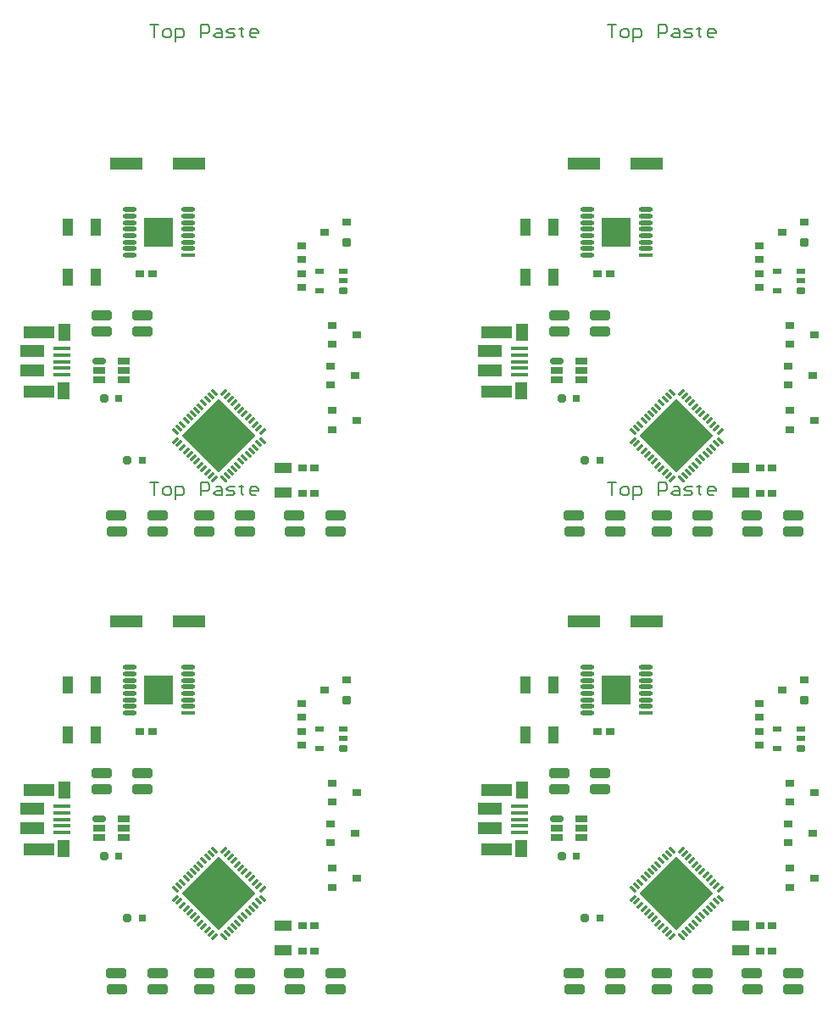
<source format=gtp>
G04 Layer_Color=8421504*
%FSLAX25Y25*%
%MOIN*%
G70*
G01*
G75*
%ADD10R,0.03543X0.03150*%
G04:AMPARAMS|DCode=11|XSize=31.5mil|YSize=35.43mil|CornerRadius=7.87mil|HoleSize=0mil|Usage=FLASHONLY|Rotation=270.000|XOffset=0mil|YOffset=0mil|HoleType=Round|Shape=RoundedRectangle|*
%AMROUNDEDRECTD11*
21,1,0.03150,0.01969,0,0,270.0*
21,1,0.01575,0.03543,0,0,270.0*
1,1,0.01575,-0.00984,-0.00787*
1,1,0.01575,-0.00984,0.00787*
1,1,0.01575,0.00984,0.00787*
1,1,0.01575,0.00984,-0.00787*
%
%ADD11ROUNDEDRECTD11*%
%ADD12R,0.07087X0.03937*%
%ADD13R,0.03347X0.03150*%
%ADD14R,0.06890X0.01575*%
%ADD15R,0.09449X0.04724*%
%ADD16R,0.12205X0.04724*%
%ADD17R,0.04724X0.07087*%
G04:AMPARAMS|DCode=18|XSize=31.5mil|YSize=31.5mil|CornerRadius=7.87mil|HoleSize=0mil|Usage=FLASHONLY|Rotation=90.000|XOffset=0mil|YOffset=0mil|HoleType=Round|Shape=RoundedRectangle|*
%AMROUNDEDRECTD18*
21,1,0.03150,0.01575,0,0,90.0*
21,1,0.01575,0.03150,0,0,90.0*
1,1,0.01575,0.00787,0.00787*
1,1,0.01575,0.00787,-0.00787*
1,1,0.01575,-0.00787,-0.00787*
1,1,0.01575,-0.00787,0.00787*
%
%ADD18ROUNDEDRECTD18*%
%ADD19R,0.03150X0.03150*%
G04:AMPARAMS|DCode=20|XSize=27.56mil|YSize=51.18mil|CornerRadius=6.89mil|HoleSize=0mil|Usage=FLASHONLY|Rotation=90.000|XOffset=0mil|YOffset=0mil|HoleType=Round|Shape=RoundedRectangle|*
%AMROUNDEDRECTD20*
21,1,0.02756,0.03740,0,0,90.0*
21,1,0.01378,0.05118,0,0,90.0*
1,1,0.01378,0.01870,0.00689*
1,1,0.01378,0.01870,-0.00689*
1,1,0.01378,-0.01870,-0.00689*
1,1,0.01378,-0.01870,0.00689*
%
%ADD20ROUNDEDRECTD20*%
%ADD21R,0.05118X0.02756*%
G04:AMPARAMS|DCode=22|XSize=23.62mil|YSize=35.43mil|CornerRadius=5.91mil|HoleSize=0mil|Usage=FLASHONLY|Rotation=270.000|XOffset=0mil|YOffset=0mil|HoleType=Round|Shape=RoundedRectangle|*
%AMROUNDEDRECTD22*
21,1,0.02362,0.02362,0,0,270.0*
21,1,0.01181,0.03543,0,0,270.0*
1,1,0.01181,-0.01181,-0.00591*
1,1,0.01181,-0.01181,0.00591*
1,1,0.01181,0.01181,0.00591*
1,1,0.01181,0.01181,-0.00591*
%
%ADD22ROUNDEDRECTD22*%
%ADD23R,0.03543X0.02362*%
%ADD24R,0.03543X0.02953*%
G04:AMPARAMS|DCode=25|XSize=78.74mil|YSize=39.37mil|CornerRadius=9.84mil|HoleSize=0mil|Usage=FLASHONLY|Rotation=0.000|XOffset=0mil|YOffset=0mil|HoleType=Round|Shape=RoundedRectangle|*
%AMROUNDEDRECTD25*
21,1,0.07874,0.01969,0,0,0.0*
21,1,0.05906,0.03937,0,0,0.0*
1,1,0.01969,0.02953,-0.00984*
1,1,0.01969,-0.02953,-0.00984*
1,1,0.01969,-0.02953,0.00984*
1,1,0.01969,0.02953,0.00984*
%
%ADD25ROUNDEDRECTD25*%
%ADD26P,0.28674X4X180.0*%
G04:AMPARAMS|DCode=27|XSize=9.84mil|YSize=33.47mil|CornerRadius=0mil|HoleSize=0mil|Usage=FLASHONLY|Rotation=135.000|XOffset=0mil|YOffset=0mil|HoleType=Round|Shape=Round|*
%AMOVALD27*
21,1,0.02362,0.00984,0.00000,0.00000,225.0*
1,1,0.00984,0.00835,0.00835*
1,1,0.00984,-0.00835,-0.00835*
%
%ADD27OVALD27*%

G04:AMPARAMS|DCode=28|XSize=9.84mil|YSize=35.43mil|CornerRadius=0mil|HoleSize=0mil|Usage=FLASHONLY|Rotation=135.000|XOffset=0mil|YOffset=0mil|HoleType=Round|Shape=Round|*
%AMOVALD28*
21,1,0.02559,0.00984,0.00000,0.00000,225.0*
1,1,0.00984,0.00905,0.00905*
1,1,0.00984,-0.00905,-0.00905*
%
%ADD28OVALD28*%

G04:AMPARAMS|DCode=29|XSize=9.84mil|YSize=33.47mil|CornerRadius=0mil|HoleSize=0mil|Usage=FLASHONLY|Rotation=225.000|XOffset=0mil|YOffset=0mil|HoleType=Round|Shape=Round|*
%AMOVALD29*
21,1,0.02362,0.00984,0.00000,0.00000,315.0*
1,1,0.00984,-0.00835,0.00835*
1,1,0.00984,0.00835,-0.00835*
%
%ADD29OVALD29*%

G04:AMPARAMS|DCode=30|XSize=9.84mil|YSize=35.43mil|CornerRadius=0mil|HoleSize=0mil|Usage=FLASHONLY|Rotation=225.000|XOffset=0mil|YOffset=0mil|HoleType=Round|Shape=Round|*
%AMOVALD30*
21,1,0.02559,0.00984,0.00000,0.00000,315.0*
1,1,0.00984,-0.00905,0.00905*
1,1,0.00984,0.00905,-0.00905*
%
%ADD30OVALD30*%

G04:AMPARAMS|DCode=31|XSize=9.84mil|YSize=33.47mil|CornerRadius=2.46mil|HoleSize=0mil|Usage=FLASHONLY|Rotation=225.000|XOffset=0mil|YOffset=0mil|HoleType=Round|Shape=RoundedRectangle|*
%AMROUNDEDRECTD31*
21,1,0.00984,0.02854,0,0,225.0*
21,1,0.00492,0.03347,0,0,225.0*
1,1,0.00492,-0.01183,0.00835*
1,1,0.00492,-0.00835,0.01183*
1,1,0.00492,0.01183,-0.00835*
1,1,0.00492,0.00835,-0.01183*
%
%ADD31ROUNDEDRECTD31*%
%ADD32R,0.03937X0.06693*%
%ADD33R,0.11811X0.11811*%
%ADD34O,0.05512X0.01772*%
%ADD35R,0.05512X0.01772*%
%ADD36R,0.03740X0.02756*%
%ADD37R,0.12500X0.04500*%
%ADD43C,0.00800*%
D10*
X246583Y246681D02*
D03*
X255244Y250618D02*
D03*
X426583Y246681D02*
D03*
X435244Y250618D02*
D03*
X246583Y426681D02*
D03*
X255244Y430618D02*
D03*
X426583Y426681D02*
D03*
X435244Y430618D02*
D03*
D11*
X255244Y242744D02*
D03*
X435244D02*
D03*
X255244Y422744D02*
D03*
X435244D02*
D03*
D12*
X230157Y154000D02*
D03*
Y144157D02*
D03*
X410157Y154000D02*
D03*
Y144157D02*
D03*
X230157Y334000D02*
D03*
Y324157D02*
D03*
X410157Y334000D02*
D03*
Y324157D02*
D03*
D13*
X178705Y230244D02*
D03*
X173783D02*
D03*
X242618Y144000D02*
D03*
X237697D02*
D03*
X242618Y154000D02*
D03*
X237697D02*
D03*
X358705Y230244D02*
D03*
X353783D02*
D03*
X422618Y144000D02*
D03*
X417697D02*
D03*
X422618Y154000D02*
D03*
X417697D02*
D03*
X178705Y410244D02*
D03*
X173783D02*
D03*
X242618Y324000D02*
D03*
X237697D02*
D03*
X242618Y334000D02*
D03*
X237697D02*
D03*
X358705Y410244D02*
D03*
X353783D02*
D03*
X422618Y324000D02*
D03*
X417697D02*
D03*
X422618Y334000D02*
D03*
X417697D02*
D03*
D14*
X143244Y200862D02*
D03*
Y198303D02*
D03*
Y195744D02*
D03*
Y190626D02*
D03*
Y193185D02*
D03*
X323244Y200862D02*
D03*
Y198303D02*
D03*
Y195744D02*
D03*
Y190626D02*
D03*
Y193185D02*
D03*
X143244Y380862D02*
D03*
Y378303D02*
D03*
Y375744D02*
D03*
Y370626D02*
D03*
Y373185D02*
D03*
X323244Y380862D02*
D03*
Y378303D02*
D03*
Y375744D02*
D03*
Y370626D02*
D03*
Y373185D02*
D03*
D15*
X131433Y200075D02*
D03*
Y192201D02*
D03*
X311433Y200075D02*
D03*
Y192201D02*
D03*
X131433Y380075D02*
D03*
Y372201D02*
D03*
X311433Y380075D02*
D03*
Y372201D02*
D03*
D16*
X134344Y183944D02*
D03*
Y207244D02*
D03*
X314344Y183944D02*
D03*
Y207244D02*
D03*
X134344Y363944D02*
D03*
Y387244D02*
D03*
X314344Y363944D02*
D03*
Y387244D02*
D03*
D17*
X143944Y184344D02*
D03*
X144057Y207187D02*
D03*
X323944Y184344D02*
D03*
X324057Y207187D02*
D03*
X143944Y364344D02*
D03*
X144057Y387187D02*
D03*
X323944Y364344D02*
D03*
X324057Y387187D02*
D03*
D18*
X159744Y181244D02*
D03*
X169000Y157000D02*
D03*
X339744Y181244D02*
D03*
X349000Y157000D02*
D03*
X159744Y361244D02*
D03*
X169000Y337000D02*
D03*
X339744Y361244D02*
D03*
X349000Y337000D02*
D03*
D19*
X165650Y181244D02*
D03*
X174906Y157000D02*
D03*
X345650Y181244D02*
D03*
X354906Y157000D02*
D03*
X165650Y361244D02*
D03*
X174906Y337000D02*
D03*
X345650Y361244D02*
D03*
X354906Y337000D02*
D03*
D20*
X157920Y196084D02*
D03*
X337920D02*
D03*
X157920Y376084D02*
D03*
X337920D02*
D03*
D21*
X157920Y192344D02*
D03*
Y188604D02*
D03*
X167368D02*
D03*
Y192344D02*
D03*
Y196084D02*
D03*
X337920Y192344D02*
D03*
Y188604D02*
D03*
X347368D02*
D03*
Y192344D02*
D03*
Y196084D02*
D03*
X157920Y372344D02*
D03*
Y368604D02*
D03*
X167368D02*
D03*
Y372344D02*
D03*
Y376084D02*
D03*
X337920Y372344D02*
D03*
Y368604D02*
D03*
X347368D02*
D03*
Y372344D02*
D03*
Y376084D02*
D03*
D22*
X253824Y223760D02*
D03*
X433824D02*
D03*
X253824Y403760D02*
D03*
X433824D02*
D03*
D23*
X253824Y227500D02*
D03*
Y231240D02*
D03*
X244376D02*
D03*
Y223760D02*
D03*
X433824Y227500D02*
D03*
Y231240D02*
D03*
X424376D02*
D03*
Y223760D02*
D03*
X253824Y407500D02*
D03*
Y411240D02*
D03*
X244376D02*
D03*
Y403760D02*
D03*
X433824Y407500D02*
D03*
Y411240D02*
D03*
X424376D02*
D03*
Y403760D02*
D03*
D24*
X237600Y224843D02*
D03*
Y230157D02*
D03*
Y241157D02*
D03*
Y235843D02*
D03*
X417600Y224843D02*
D03*
Y230157D02*
D03*
Y241157D02*
D03*
Y235843D02*
D03*
X237600Y404843D02*
D03*
Y410157D02*
D03*
Y421157D02*
D03*
Y415843D02*
D03*
X417600Y404843D02*
D03*
Y410157D02*
D03*
Y421157D02*
D03*
Y415843D02*
D03*
D25*
X158744Y207744D02*
D03*
X174886D02*
D03*
X158744Y214043D02*
D03*
X174744D02*
D03*
X199244Y128945D02*
D03*
X215244D02*
D03*
X199102Y135244D02*
D03*
X215244D02*
D03*
X164744Y128945D02*
D03*
X180744D02*
D03*
X164602Y135244D02*
D03*
X180744D02*
D03*
X250744D02*
D03*
X234602D02*
D03*
X250744Y128945D02*
D03*
X234744D02*
D03*
X338744Y207744D02*
D03*
X354886D02*
D03*
X338744Y214043D02*
D03*
X354744D02*
D03*
X379244Y128945D02*
D03*
X395244D02*
D03*
X379102Y135244D02*
D03*
X395244D02*
D03*
X344744Y128945D02*
D03*
X360744D02*
D03*
X344602Y135244D02*
D03*
X360744D02*
D03*
X430744D02*
D03*
X414602D02*
D03*
X430744Y128945D02*
D03*
X414744D02*
D03*
X158744Y387744D02*
D03*
X174886D02*
D03*
X158744Y394043D02*
D03*
X174744D02*
D03*
X199244Y308945D02*
D03*
X215244D02*
D03*
X199102Y315244D02*
D03*
X215244D02*
D03*
X164744Y308945D02*
D03*
X180744D02*
D03*
X164602Y315244D02*
D03*
X180744D02*
D03*
X250744D02*
D03*
X234602D02*
D03*
X250744Y308945D02*
D03*
X234744D02*
D03*
X338744Y387744D02*
D03*
X354886D02*
D03*
X338744Y394043D02*
D03*
X354744D02*
D03*
X379244Y308945D02*
D03*
X395244D02*
D03*
X379102Y315244D02*
D03*
X395244D02*
D03*
X344744Y308945D02*
D03*
X360744D02*
D03*
X344602Y315244D02*
D03*
X360744D02*
D03*
X430744D02*
D03*
X414602D02*
D03*
X430744Y308945D02*
D03*
X414744D02*
D03*
D26*
X204900Y166600D02*
D03*
X384900D02*
D03*
X204900Y346600D02*
D03*
X384900D02*
D03*
D27*
X203091Y149479D02*
D03*
X187779Y164791D02*
D03*
X206709Y183721D02*
D03*
X222021Y168409D02*
D03*
X383091Y149479D02*
D03*
X367779Y164791D02*
D03*
X386709Y183721D02*
D03*
X402021Y168409D02*
D03*
X203091Y329479D02*
D03*
X187779Y344791D02*
D03*
X206709Y363721D02*
D03*
X222021Y348409D02*
D03*
X383091Y329479D02*
D03*
X367779Y344791D02*
D03*
X386709Y363721D02*
D03*
X402021Y348409D02*
D03*
D28*
X201768Y150941D02*
D03*
X200376Y152333D02*
D03*
X198984Y153725D02*
D03*
X197592Y155116D02*
D03*
X196200Y156508D02*
D03*
X194808Y157900D02*
D03*
X193416Y159292D02*
D03*
X192025Y160684D02*
D03*
X190633Y162076D02*
D03*
X189241Y163468D02*
D03*
X208032Y182259D02*
D03*
X209424Y180867D02*
D03*
X210816Y179475D02*
D03*
X212208Y178084D02*
D03*
X213600Y176692D02*
D03*
X214992Y175300D02*
D03*
X216384Y173908D02*
D03*
X217775Y172516D02*
D03*
X219167Y171124D02*
D03*
X220559Y169732D02*
D03*
X381768Y150941D02*
D03*
X380376Y152333D02*
D03*
X378984Y153725D02*
D03*
X377592Y155116D02*
D03*
X376200Y156508D02*
D03*
X374808Y157900D02*
D03*
X373416Y159292D02*
D03*
X372025Y160684D02*
D03*
X370633Y162076D02*
D03*
X369241Y163468D02*
D03*
X388032Y182259D02*
D03*
X389424Y180867D02*
D03*
X390816Y179475D02*
D03*
X392208Y178084D02*
D03*
X393600Y176692D02*
D03*
X394992Y175300D02*
D03*
X396384Y173908D02*
D03*
X397775Y172516D02*
D03*
X399167Y171124D02*
D03*
X400559Y169732D02*
D03*
X201768Y330941D02*
D03*
X200376Y332333D02*
D03*
X198984Y333725D02*
D03*
X197592Y335116D02*
D03*
X196200Y336508D02*
D03*
X194808Y337900D02*
D03*
X193416Y339292D02*
D03*
X192025Y340684D02*
D03*
X190633Y342076D02*
D03*
X189241Y343468D02*
D03*
X208032Y362259D02*
D03*
X209424Y360867D02*
D03*
X210816Y359475D02*
D03*
X212208Y358084D02*
D03*
X213600Y356692D02*
D03*
X214992Y355300D02*
D03*
X216384Y353908D02*
D03*
X217775Y352516D02*
D03*
X219167Y351124D02*
D03*
X220559Y349732D02*
D03*
X381768Y330941D02*
D03*
X380376Y332333D02*
D03*
X378984Y333725D02*
D03*
X377592Y335116D02*
D03*
X376200Y336508D02*
D03*
X374808Y337900D02*
D03*
X373416Y339292D02*
D03*
X372025Y340684D02*
D03*
X370633Y342076D02*
D03*
X369241Y343468D02*
D03*
X388032Y362259D02*
D03*
X389424Y360867D02*
D03*
X390816Y359475D02*
D03*
X392208Y358084D02*
D03*
X393600Y356692D02*
D03*
X394992Y355300D02*
D03*
X396384Y353908D02*
D03*
X397775Y352516D02*
D03*
X399167Y351124D02*
D03*
X400559Y349732D02*
D03*
D29*
X187779Y168409D02*
D03*
X203091Y183721D02*
D03*
X222021Y164791D02*
D03*
X367779Y168409D02*
D03*
X383091Y183721D02*
D03*
X402021Y164791D02*
D03*
X187779Y348409D02*
D03*
X203091Y363721D02*
D03*
X222021Y344791D02*
D03*
X367779Y348409D02*
D03*
X383091Y363721D02*
D03*
X402021Y344791D02*
D03*
D30*
X189241Y169732D02*
D03*
X190633Y171124D02*
D03*
X192025Y172516D02*
D03*
X193416Y173908D02*
D03*
X194808Y175300D02*
D03*
X196200Y176692D02*
D03*
X197592Y178084D02*
D03*
X198984Y179475D02*
D03*
X200376Y180867D02*
D03*
X201768Y182259D02*
D03*
X220559Y163468D02*
D03*
X219167Y162076D02*
D03*
X217775Y160684D02*
D03*
X216384Y159292D02*
D03*
X214992Y157900D02*
D03*
X213600Y156508D02*
D03*
X212208Y155116D02*
D03*
X210816Y153725D02*
D03*
X209424Y152333D02*
D03*
X208032Y150941D02*
D03*
X369241Y169732D02*
D03*
X370633Y171124D02*
D03*
X372025Y172516D02*
D03*
X373416Y173908D02*
D03*
X374808Y175300D02*
D03*
X376200Y176692D02*
D03*
X377592Y178084D02*
D03*
X378984Y179475D02*
D03*
X380376Y180867D02*
D03*
X381768Y182259D02*
D03*
X400559Y163468D02*
D03*
X399167Y162076D02*
D03*
X397775Y160684D02*
D03*
X396384Y159292D02*
D03*
X394992Y157900D02*
D03*
X393600Y156508D02*
D03*
X392208Y155116D02*
D03*
X390816Y153725D02*
D03*
X389424Y152333D02*
D03*
X388032Y150941D02*
D03*
X189241Y349732D02*
D03*
X190633Y351124D02*
D03*
X192025Y352516D02*
D03*
X193416Y353908D02*
D03*
X194808Y355300D02*
D03*
X196200Y356692D02*
D03*
X197592Y358084D02*
D03*
X198984Y359475D02*
D03*
X200376Y360867D02*
D03*
X201768Y362259D02*
D03*
X220559Y343468D02*
D03*
X219167Y342076D02*
D03*
X217775Y340684D02*
D03*
X216384Y339292D02*
D03*
X214992Y337900D02*
D03*
X213600Y336508D02*
D03*
X212208Y335116D02*
D03*
X210816Y333725D02*
D03*
X209424Y332333D02*
D03*
X208032Y330941D02*
D03*
X369241Y349732D02*
D03*
X370633Y351124D02*
D03*
X372025Y352516D02*
D03*
X373416Y353908D02*
D03*
X374808Y355300D02*
D03*
X376200Y356692D02*
D03*
X377592Y358084D02*
D03*
X378984Y359475D02*
D03*
X380376Y360867D02*
D03*
X381768Y362259D02*
D03*
X400559Y343468D02*
D03*
X399167Y342076D02*
D03*
X397775Y340684D02*
D03*
X396384Y339292D02*
D03*
X394992Y337900D02*
D03*
X393600Y336508D02*
D03*
X392208Y335116D02*
D03*
X390816Y333725D02*
D03*
X389424Y332333D02*
D03*
X388032Y330941D02*
D03*
D31*
X206709Y149479D02*
D03*
X386709D02*
D03*
X206709Y329479D02*
D03*
X386709D02*
D03*
D32*
X145632Y228844D02*
D03*
X156656D02*
D03*
X145532Y248544D02*
D03*
X156556D02*
D03*
X325632Y228844D02*
D03*
X336656D02*
D03*
X325532Y248544D02*
D03*
X336556D02*
D03*
X145632Y408844D02*
D03*
X156656D02*
D03*
X145532Y428544D02*
D03*
X156556D02*
D03*
X325632Y408844D02*
D03*
X336656D02*
D03*
X325532Y428544D02*
D03*
X336556D02*
D03*
D33*
X181344Y246544D02*
D03*
X361344D02*
D03*
X181344Y426544D02*
D03*
X361344D02*
D03*
D34*
X169730Y255501D02*
D03*
Y252942D02*
D03*
Y250383D02*
D03*
Y247824D02*
D03*
Y245265D02*
D03*
Y242706D02*
D03*
Y240146D02*
D03*
Y237587D02*
D03*
X192958Y255501D02*
D03*
Y252942D02*
D03*
Y250383D02*
D03*
Y247824D02*
D03*
Y245265D02*
D03*
Y242706D02*
D03*
Y240146D02*
D03*
X349730Y255501D02*
D03*
Y252942D02*
D03*
Y250383D02*
D03*
Y247824D02*
D03*
Y245265D02*
D03*
Y242706D02*
D03*
Y240146D02*
D03*
Y237587D02*
D03*
X372958Y255501D02*
D03*
Y252942D02*
D03*
Y250383D02*
D03*
Y247824D02*
D03*
Y245265D02*
D03*
Y242706D02*
D03*
Y240146D02*
D03*
X169730Y435501D02*
D03*
Y432942D02*
D03*
Y430383D02*
D03*
Y427824D02*
D03*
Y425265D02*
D03*
Y422706D02*
D03*
Y420146D02*
D03*
Y417587D02*
D03*
X192958Y435501D02*
D03*
Y432942D02*
D03*
Y430383D02*
D03*
Y427824D02*
D03*
Y425265D02*
D03*
Y422706D02*
D03*
Y420146D02*
D03*
X349730Y435501D02*
D03*
Y432942D02*
D03*
Y430383D02*
D03*
Y427824D02*
D03*
Y425265D02*
D03*
Y422706D02*
D03*
Y420146D02*
D03*
Y417587D02*
D03*
X372958Y435501D02*
D03*
Y432942D02*
D03*
Y430383D02*
D03*
Y427824D02*
D03*
Y425265D02*
D03*
Y422706D02*
D03*
Y420146D02*
D03*
D35*
X192958Y237587D02*
D03*
X372958D02*
D03*
X192958Y417587D02*
D03*
X372958D02*
D03*
D36*
X259067Y172744D02*
D03*
X249421Y169004D02*
D03*
Y176484D02*
D03*
X258567Y190244D02*
D03*
X248921Y186504D02*
D03*
Y193984D02*
D03*
X259067Y206244D02*
D03*
X249421Y202504D02*
D03*
Y209984D02*
D03*
X439067Y172744D02*
D03*
X429421Y169004D02*
D03*
Y176484D02*
D03*
X438567Y190244D02*
D03*
X428921Y186504D02*
D03*
Y193984D02*
D03*
X439067Y206244D02*
D03*
X429421Y202504D02*
D03*
Y209984D02*
D03*
X259067Y352744D02*
D03*
X249421Y349004D02*
D03*
Y356484D02*
D03*
X258567Y370244D02*
D03*
X248921Y366504D02*
D03*
Y373984D02*
D03*
X259067Y386244D02*
D03*
X249421Y382504D02*
D03*
Y389984D02*
D03*
X439067Y352744D02*
D03*
X429421Y349004D02*
D03*
Y356484D02*
D03*
X438567Y370244D02*
D03*
X428921Y366504D02*
D03*
Y373984D02*
D03*
X439067Y386244D02*
D03*
X429421Y382504D02*
D03*
Y389984D02*
D03*
D37*
X168644Y273744D02*
D03*
X193044Y273687D02*
D03*
X348644Y273744D02*
D03*
X373044Y273687D02*
D03*
X168644Y453744D02*
D03*
X193044Y453687D02*
D03*
X348644Y453744D02*
D03*
X373044Y453687D02*
D03*
D43*
X177920Y328192D02*
X181252D01*
X179586D01*
Y323194D01*
X183751D02*
X185417D01*
X186250Y324027D01*
Y325693D01*
X185417Y326526D01*
X183751D01*
X182918Y325693D01*
Y324027D01*
X183751Y323194D01*
X187917Y321528D02*
Y326526D01*
X190416D01*
X191249Y325693D01*
Y324027D01*
X190416Y323194D01*
X187917D01*
X197913D02*
Y328192D01*
X200412D01*
X201245Y327359D01*
Y325693D01*
X200412Y324860D01*
X197913D01*
X203745Y326526D02*
X205411D01*
X206244Y325693D01*
Y323194D01*
X203745D01*
X202912Y324027D01*
X203745Y324860D01*
X206244D01*
X207910Y323194D02*
X210409D01*
X211242Y324027D01*
X210409Y324860D01*
X208743D01*
X207910Y325693D01*
X208743Y326526D01*
X211242D01*
X213741Y327359D02*
Y326526D01*
X212908D01*
X214575D01*
X213741D01*
Y324027D01*
X214575Y323194D01*
X219573D02*
X217907D01*
X217074Y324027D01*
Y325693D01*
X217907Y326526D01*
X219573D01*
X220406Y325693D01*
Y324860D01*
X217074D01*
X357920Y328192D02*
X361252D01*
X359586D01*
Y323194D01*
X363751D02*
X365417D01*
X366250Y324027D01*
Y325693D01*
X365417Y326526D01*
X363751D01*
X362918Y325693D01*
Y324027D01*
X363751Y323194D01*
X367916Y321528D02*
Y326526D01*
X370416D01*
X371249Y325693D01*
Y324027D01*
X370416Y323194D01*
X367916D01*
X377913D02*
Y328192D01*
X380412D01*
X381245Y327359D01*
Y325693D01*
X380412Y324860D01*
X377913D01*
X383745Y326526D02*
X385411D01*
X386244Y325693D01*
Y323194D01*
X383745D01*
X382912Y324027D01*
X383745Y324860D01*
X386244D01*
X387910Y323194D02*
X390409D01*
X391242Y324027D01*
X390409Y324860D01*
X388743D01*
X387910Y325693D01*
X388743Y326526D01*
X391242D01*
X393741Y327359D02*
Y326526D01*
X392908D01*
X394574D01*
X393741D01*
Y324027D01*
X394574Y323194D01*
X399573D02*
X397907D01*
X397074Y324027D01*
Y325693D01*
X397907Y326526D01*
X399573D01*
X400406Y325693D01*
Y324860D01*
X397074D01*
X177920Y508192D02*
X181252D01*
X179586D01*
Y503194D01*
X183751D02*
X185417D01*
X186250Y504027D01*
Y505693D01*
X185417Y506526D01*
X183751D01*
X182918Y505693D01*
Y504027D01*
X183751Y503194D01*
X187917Y501528D02*
Y506526D01*
X190416D01*
X191249Y505693D01*
Y504027D01*
X190416Y503194D01*
X187917D01*
X197913D02*
Y508192D01*
X200412D01*
X201245Y507359D01*
Y505693D01*
X200412Y504860D01*
X197913D01*
X203745Y506526D02*
X205411D01*
X206244Y505693D01*
Y503194D01*
X203745D01*
X202912Y504027D01*
X203745Y504860D01*
X206244D01*
X207910Y503194D02*
X210409D01*
X211242Y504027D01*
X210409Y504860D01*
X208743D01*
X207910Y505693D01*
X208743Y506526D01*
X211242D01*
X213741Y507359D02*
Y506526D01*
X212908D01*
X214575D01*
X213741D01*
Y504027D01*
X214575Y503194D01*
X219573D02*
X217907D01*
X217074Y504027D01*
Y505693D01*
X217907Y506526D01*
X219573D01*
X220406Y505693D01*
Y504860D01*
X217074D01*
X357920Y508192D02*
X361252D01*
X359586D01*
Y503194D01*
X363751D02*
X365417D01*
X366250Y504027D01*
Y505693D01*
X365417Y506526D01*
X363751D01*
X362918Y505693D01*
Y504027D01*
X363751Y503194D01*
X367916Y501528D02*
Y506526D01*
X370416D01*
X371249Y505693D01*
Y504027D01*
X370416Y503194D01*
X367916D01*
X377913D02*
Y508192D01*
X380412D01*
X381245Y507359D01*
Y505693D01*
X380412Y504860D01*
X377913D01*
X383745Y506526D02*
X385411D01*
X386244Y505693D01*
Y503194D01*
X383745D01*
X382912Y504027D01*
X383745Y504860D01*
X386244D01*
X387910Y503194D02*
X390409D01*
X391242Y504027D01*
X390409Y504860D01*
X388743D01*
X387910Y505693D01*
X388743Y506526D01*
X391242D01*
X393741Y507359D02*
Y506526D01*
X392908D01*
X394574D01*
X393741D01*
Y504027D01*
X394574Y503194D01*
X399573D02*
X397907D01*
X397074Y504027D01*
Y505693D01*
X397907Y506526D01*
X399573D01*
X400406Y505693D01*
Y504860D01*
X397074D01*
M02*

</source>
